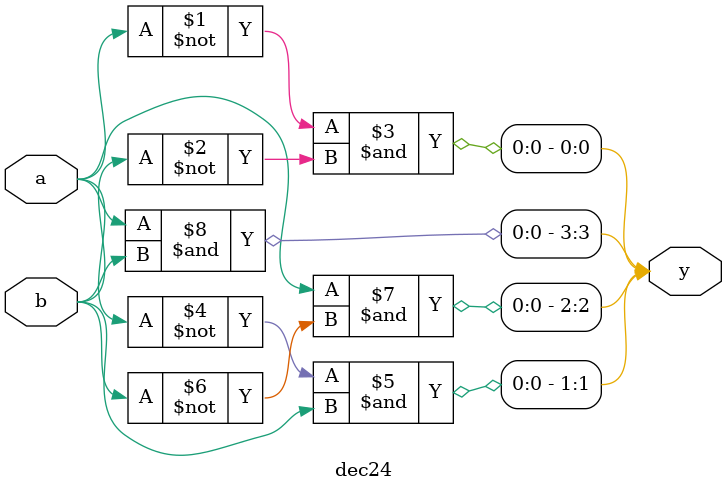
<source format=v>
`timescale 1ns / 1ps
module dec24(a,b,y);
    input a,b;
    output [3:0]y;
    assign y[0]=~a&~b;
	 assign y[1]=~a&b;
	 assign y[2]=a&~b;
	 assign y[3]=a&b;


endmodule

</source>
